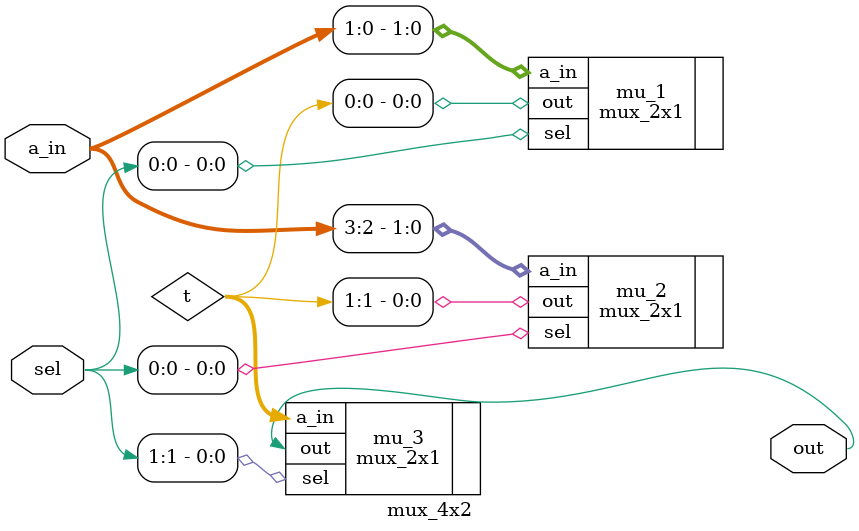
<source format=v>

/*
	##. Implementation of 4x2 mux
*/

module mux_4x2 #(parameter DATA_WIDTH=4, SEL_WIDTH=2)(
			input [DATA_WIDTH-1:0] a_in,
			input [SEL_WIDTH-1:0] sel,
			output out
		);

	wire [1:0] t;

	mux_2x1 #(.DATA_WIDTH(2)) mu_1(.a_in(a_in[1:0]), .sel(sel[0]),.out(t[0])); // STAGE-1
	mux_2x1 #(.DATA_WIDTH(2)) mu_2(.a_in(a_in[3:2]), .sel(sel[0]),.out(t[1])); // STAGE-2
	mux_2x1 #(.DATA_WIDTH(2)) mu_3(.a_in(t), .sel(sel[1]),.out(out)); // STAGE-3

endmodule
</source>
